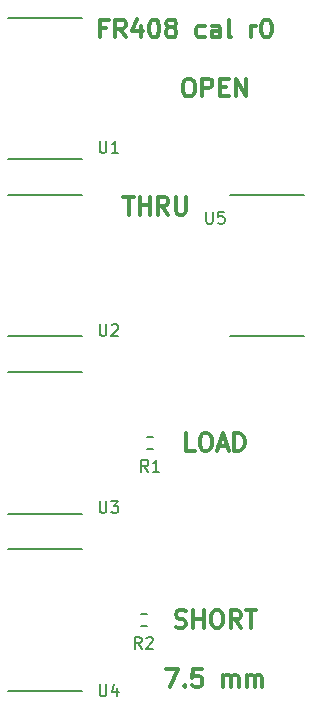
<source format=gto>
G04 #@! TF.FileFunction,Legend,Top*
%FSLAX46Y46*%
G04 Gerber Fmt 4.6, Leading zero omitted, Abs format (unit mm)*
G04 Created by KiCad (PCBNEW 4.0.2-stable) date Tue Apr 26 20:14:23 2016*
%MOMM*%
G01*
G04 APERTURE LIST*
%ADD10C,0.100000*%
%ADD11C,0.300000*%
%ADD12C,0.150000*%
G04 APERTURE END LIST*
D10*
D11*
X160857144Y-124178571D02*
X161857144Y-124178571D01*
X161214287Y-125678571D01*
X162428572Y-125535714D02*
X162500000Y-125607143D01*
X162428572Y-125678571D01*
X162357143Y-125607143D01*
X162428572Y-125535714D01*
X162428572Y-125678571D01*
X163857144Y-124178571D02*
X163142858Y-124178571D01*
X163071429Y-124892857D01*
X163142858Y-124821429D01*
X163285715Y-124750000D01*
X163642858Y-124750000D01*
X163785715Y-124821429D01*
X163857144Y-124892857D01*
X163928572Y-125035714D01*
X163928572Y-125392857D01*
X163857144Y-125535714D01*
X163785715Y-125607143D01*
X163642858Y-125678571D01*
X163285715Y-125678571D01*
X163142858Y-125607143D01*
X163071429Y-125535714D01*
X165714286Y-125678571D02*
X165714286Y-124678571D01*
X165714286Y-124821429D02*
X165785714Y-124750000D01*
X165928572Y-124678571D01*
X166142857Y-124678571D01*
X166285714Y-124750000D01*
X166357143Y-124892857D01*
X166357143Y-125678571D01*
X166357143Y-124892857D02*
X166428572Y-124750000D01*
X166571429Y-124678571D01*
X166785714Y-124678571D01*
X166928572Y-124750000D01*
X167000000Y-124892857D01*
X167000000Y-125678571D01*
X167714286Y-125678571D02*
X167714286Y-124678571D01*
X167714286Y-124821429D02*
X167785714Y-124750000D01*
X167928572Y-124678571D01*
X168142857Y-124678571D01*
X168285714Y-124750000D01*
X168357143Y-124892857D01*
X168357143Y-125678571D01*
X168357143Y-124892857D02*
X168428572Y-124750000D01*
X168571429Y-124678571D01*
X168785714Y-124678571D01*
X168928572Y-124750000D01*
X169000000Y-124892857D01*
X169000000Y-125678571D01*
X155785716Y-69892857D02*
X155285716Y-69892857D01*
X155285716Y-70678571D02*
X155285716Y-69178571D01*
X156000002Y-69178571D01*
X157428573Y-70678571D02*
X156928573Y-69964286D01*
X156571430Y-70678571D02*
X156571430Y-69178571D01*
X157142858Y-69178571D01*
X157285716Y-69250000D01*
X157357144Y-69321429D01*
X157428573Y-69464286D01*
X157428573Y-69678571D01*
X157357144Y-69821429D01*
X157285716Y-69892857D01*
X157142858Y-69964286D01*
X156571430Y-69964286D01*
X158714287Y-69678571D02*
X158714287Y-70678571D01*
X158357144Y-69107143D02*
X158000001Y-70178571D01*
X158928573Y-70178571D01*
X159785715Y-69178571D02*
X159928572Y-69178571D01*
X160071429Y-69250000D01*
X160142858Y-69321429D01*
X160214287Y-69464286D01*
X160285715Y-69750000D01*
X160285715Y-70107143D01*
X160214287Y-70392857D01*
X160142858Y-70535714D01*
X160071429Y-70607143D01*
X159928572Y-70678571D01*
X159785715Y-70678571D01*
X159642858Y-70607143D01*
X159571429Y-70535714D01*
X159500001Y-70392857D01*
X159428572Y-70107143D01*
X159428572Y-69750000D01*
X159500001Y-69464286D01*
X159571429Y-69321429D01*
X159642858Y-69250000D01*
X159785715Y-69178571D01*
X161142858Y-69821429D02*
X161000000Y-69750000D01*
X160928572Y-69678571D01*
X160857143Y-69535714D01*
X160857143Y-69464286D01*
X160928572Y-69321429D01*
X161000000Y-69250000D01*
X161142858Y-69178571D01*
X161428572Y-69178571D01*
X161571429Y-69250000D01*
X161642858Y-69321429D01*
X161714286Y-69464286D01*
X161714286Y-69535714D01*
X161642858Y-69678571D01*
X161571429Y-69750000D01*
X161428572Y-69821429D01*
X161142858Y-69821429D01*
X161000000Y-69892857D01*
X160928572Y-69964286D01*
X160857143Y-70107143D01*
X160857143Y-70392857D01*
X160928572Y-70535714D01*
X161000000Y-70607143D01*
X161142858Y-70678571D01*
X161428572Y-70678571D01*
X161571429Y-70607143D01*
X161642858Y-70535714D01*
X161714286Y-70392857D01*
X161714286Y-70107143D01*
X161642858Y-69964286D01*
X161571429Y-69892857D01*
X161428572Y-69821429D01*
X164142857Y-70607143D02*
X164000000Y-70678571D01*
X163714286Y-70678571D01*
X163571428Y-70607143D01*
X163500000Y-70535714D01*
X163428571Y-70392857D01*
X163428571Y-69964286D01*
X163500000Y-69821429D01*
X163571428Y-69750000D01*
X163714286Y-69678571D01*
X164000000Y-69678571D01*
X164142857Y-69750000D01*
X165428571Y-70678571D02*
X165428571Y-69892857D01*
X165357142Y-69750000D01*
X165214285Y-69678571D01*
X164928571Y-69678571D01*
X164785714Y-69750000D01*
X165428571Y-70607143D02*
X165285714Y-70678571D01*
X164928571Y-70678571D01*
X164785714Y-70607143D01*
X164714285Y-70464286D01*
X164714285Y-70321429D01*
X164785714Y-70178571D01*
X164928571Y-70107143D01*
X165285714Y-70107143D01*
X165428571Y-70035714D01*
X166357143Y-70678571D02*
X166214285Y-70607143D01*
X166142857Y-70464286D01*
X166142857Y-69178571D01*
X168071428Y-70678571D02*
X168071428Y-69678571D01*
X168071428Y-69964286D02*
X168142856Y-69821429D01*
X168214285Y-69750000D01*
X168357142Y-69678571D01*
X168499999Y-69678571D01*
X169285713Y-69178571D02*
X169428570Y-69178571D01*
X169571427Y-69250000D01*
X169642856Y-69321429D01*
X169714285Y-69464286D01*
X169785713Y-69750000D01*
X169785713Y-70107143D01*
X169714285Y-70392857D01*
X169642856Y-70535714D01*
X169571427Y-70607143D01*
X169428570Y-70678571D01*
X169285713Y-70678571D01*
X169142856Y-70607143D01*
X169071427Y-70535714D01*
X168999999Y-70392857D01*
X168928570Y-70107143D01*
X168928570Y-69750000D01*
X168999999Y-69464286D01*
X169071427Y-69321429D01*
X169142856Y-69250000D01*
X169285713Y-69178571D01*
X157250000Y-84178571D02*
X158107143Y-84178571D01*
X157678572Y-85678571D02*
X157678572Y-84178571D01*
X158607143Y-85678571D02*
X158607143Y-84178571D01*
X158607143Y-84892857D02*
X159464286Y-84892857D01*
X159464286Y-85678571D02*
X159464286Y-84178571D01*
X161035715Y-85678571D02*
X160535715Y-84964286D01*
X160178572Y-85678571D02*
X160178572Y-84178571D01*
X160750000Y-84178571D01*
X160892858Y-84250000D01*
X160964286Y-84321429D01*
X161035715Y-84464286D01*
X161035715Y-84678571D01*
X160964286Y-84821429D01*
X160892858Y-84892857D01*
X160750000Y-84964286D01*
X160178572Y-84964286D01*
X161678572Y-84178571D02*
X161678572Y-85392857D01*
X161750000Y-85535714D01*
X161821429Y-85607143D01*
X161964286Y-85678571D01*
X162250000Y-85678571D01*
X162392858Y-85607143D01*
X162464286Y-85535714D01*
X162535715Y-85392857D01*
X162535715Y-84178571D01*
X162642857Y-74178571D02*
X162928571Y-74178571D01*
X163071429Y-74250000D01*
X163214286Y-74392857D01*
X163285714Y-74678571D01*
X163285714Y-75178571D01*
X163214286Y-75464286D01*
X163071429Y-75607143D01*
X162928571Y-75678571D01*
X162642857Y-75678571D01*
X162500000Y-75607143D01*
X162357143Y-75464286D01*
X162285714Y-75178571D01*
X162285714Y-74678571D01*
X162357143Y-74392857D01*
X162500000Y-74250000D01*
X162642857Y-74178571D01*
X163928572Y-75678571D02*
X163928572Y-74178571D01*
X164500000Y-74178571D01*
X164642858Y-74250000D01*
X164714286Y-74321429D01*
X164785715Y-74464286D01*
X164785715Y-74678571D01*
X164714286Y-74821429D01*
X164642858Y-74892857D01*
X164500000Y-74964286D01*
X163928572Y-74964286D01*
X165428572Y-74892857D02*
X165928572Y-74892857D01*
X166142858Y-75678571D02*
X165428572Y-75678571D01*
X165428572Y-74178571D01*
X166142858Y-74178571D01*
X166785715Y-75678571D02*
X166785715Y-74178571D01*
X167642858Y-75678571D01*
X167642858Y-74178571D01*
X163285715Y-105678571D02*
X162571429Y-105678571D01*
X162571429Y-104178571D01*
X164071429Y-104178571D02*
X164357143Y-104178571D01*
X164500001Y-104250000D01*
X164642858Y-104392857D01*
X164714286Y-104678571D01*
X164714286Y-105178571D01*
X164642858Y-105464286D01*
X164500001Y-105607143D01*
X164357143Y-105678571D01*
X164071429Y-105678571D01*
X163928572Y-105607143D01*
X163785715Y-105464286D01*
X163714286Y-105178571D01*
X163714286Y-104678571D01*
X163785715Y-104392857D01*
X163928572Y-104250000D01*
X164071429Y-104178571D01*
X165285715Y-105250000D02*
X166000001Y-105250000D01*
X165142858Y-105678571D02*
X165642858Y-104178571D01*
X166142858Y-105678571D01*
X166642858Y-105678571D02*
X166642858Y-104178571D01*
X167000001Y-104178571D01*
X167214286Y-104250000D01*
X167357144Y-104392857D01*
X167428572Y-104535714D01*
X167500001Y-104821429D01*
X167500001Y-105035714D01*
X167428572Y-105321429D01*
X167357144Y-105464286D01*
X167214286Y-105607143D01*
X167000001Y-105678571D01*
X166642858Y-105678571D01*
X161678571Y-120607143D02*
X161892857Y-120678571D01*
X162250000Y-120678571D01*
X162392857Y-120607143D01*
X162464286Y-120535714D01*
X162535714Y-120392857D01*
X162535714Y-120250000D01*
X162464286Y-120107143D01*
X162392857Y-120035714D01*
X162250000Y-119964286D01*
X161964286Y-119892857D01*
X161821428Y-119821429D01*
X161750000Y-119750000D01*
X161678571Y-119607143D01*
X161678571Y-119464286D01*
X161750000Y-119321429D01*
X161821428Y-119250000D01*
X161964286Y-119178571D01*
X162321428Y-119178571D01*
X162535714Y-119250000D01*
X163178571Y-120678571D02*
X163178571Y-119178571D01*
X163178571Y-119892857D02*
X164035714Y-119892857D01*
X164035714Y-120678571D02*
X164035714Y-119178571D01*
X165035714Y-119178571D02*
X165321428Y-119178571D01*
X165464286Y-119250000D01*
X165607143Y-119392857D01*
X165678571Y-119678571D01*
X165678571Y-120178571D01*
X165607143Y-120464286D01*
X165464286Y-120607143D01*
X165321428Y-120678571D01*
X165035714Y-120678571D01*
X164892857Y-120607143D01*
X164750000Y-120464286D01*
X164678571Y-120178571D01*
X164678571Y-119678571D01*
X164750000Y-119392857D01*
X164892857Y-119250000D01*
X165035714Y-119178571D01*
X167178572Y-120678571D02*
X166678572Y-119964286D01*
X166321429Y-120678571D02*
X166321429Y-119178571D01*
X166892857Y-119178571D01*
X167035715Y-119250000D01*
X167107143Y-119321429D01*
X167178572Y-119464286D01*
X167178572Y-119678571D01*
X167107143Y-119821429D01*
X167035715Y-119892857D01*
X166892857Y-119964286D01*
X166321429Y-119964286D01*
X167607143Y-119178571D02*
X168464286Y-119178571D01*
X168035715Y-120678571D02*
X168035715Y-119178571D01*
D12*
X159250000Y-105525000D02*
X159750000Y-105525000D01*
X159750000Y-104475000D02*
X159250000Y-104475000D01*
X158700000Y-120525000D02*
X159200000Y-120525000D01*
X159200000Y-119475000D02*
X158700000Y-119475000D01*
X147500000Y-81000000D02*
X153750000Y-81000000D01*
X147500000Y-69000000D02*
X153750000Y-69000000D01*
X147500000Y-96000000D02*
X153750000Y-96000000D01*
X147500000Y-84000000D02*
X153750000Y-84000000D01*
X147500000Y-111000000D02*
X153750000Y-111000000D01*
X147500000Y-99000000D02*
X153750000Y-99000000D01*
X147500000Y-126000000D02*
X153750000Y-126000000D01*
X147500000Y-114000000D02*
X153750000Y-114000000D01*
X172500000Y-84000000D02*
X166250000Y-84000000D01*
X172500000Y-96000000D02*
X166250000Y-96000000D01*
X159333334Y-107452381D02*
X159000000Y-106976190D01*
X158761905Y-107452381D02*
X158761905Y-106452381D01*
X159142858Y-106452381D01*
X159238096Y-106500000D01*
X159285715Y-106547619D01*
X159333334Y-106642857D01*
X159333334Y-106785714D01*
X159285715Y-106880952D01*
X159238096Y-106928571D01*
X159142858Y-106976190D01*
X158761905Y-106976190D01*
X160285715Y-107452381D02*
X159714286Y-107452381D01*
X160000000Y-107452381D02*
X160000000Y-106452381D01*
X159904762Y-106595238D01*
X159809524Y-106690476D01*
X159714286Y-106738095D01*
X158783334Y-122452381D02*
X158450000Y-121976190D01*
X158211905Y-122452381D02*
X158211905Y-121452381D01*
X158592858Y-121452381D01*
X158688096Y-121500000D01*
X158735715Y-121547619D01*
X158783334Y-121642857D01*
X158783334Y-121785714D01*
X158735715Y-121880952D01*
X158688096Y-121928571D01*
X158592858Y-121976190D01*
X158211905Y-121976190D01*
X159164286Y-121547619D02*
X159211905Y-121500000D01*
X159307143Y-121452381D01*
X159545239Y-121452381D01*
X159640477Y-121500000D01*
X159688096Y-121547619D01*
X159735715Y-121642857D01*
X159735715Y-121738095D01*
X159688096Y-121880952D01*
X159116667Y-122452381D01*
X159735715Y-122452381D01*
X155238095Y-79452381D02*
X155238095Y-80261905D01*
X155285714Y-80357143D01*
X155333333Y-80404762D01*
X155428571Y-80452381D01*
X155619048Y-80452381D01*
X155714286Y-80404762D01*
X155761905Y-80357143D01*
X155809524Y-80261905D01*
X155809524Y-79452381D01*
X156809524Y-80452381D02*
X156238095Y-80452381D01*
X156523809Y-80452381D02*
X156523809Y-79452381D01*
X156428571Y-79595238D01*
X156333333Y-79690476D01*
X156238095Y-79738095D01*
X155238095Y-94952381D02*
X155238095Y-95761905D01*
X155285714Y-95857143D01*
X155333333Y-95904762D01*
X155428571Y-95952381D01*
X155619048Y-95952381D01*
X155714286Y-95904762D01*
X155761905Y-95857143D01*
X155809524Y-95761905D01*
X155809524Y-94952381D01*
X156238095Y-95047619D02*
X156285714Y-95000000D01*
X156380952Y-94952381D01*
X156619048Y-94952381D01*
X156714286Y-95000000D01*
X156761905Y-95047619D01*
X156809524Y-95142857D01*
X156809524Y-95238095D01*
X156761905Y-95380952D01*
X156190476Y-95952381D01*
X156809524Y-95952381D01*
X155238095Y-109952381D02*
X155238095Y-110761905D01*
X155285714Y-110857143D01*
X155333333Y-110904762D01*
X155428571Y-110952381D01*
X155619048Y-110952381D01*
X155714286Y-110904762D01*
X155761905Y-110857143D01*
X155809524Y-110761905D01*
X155809524Y-109952381D01*
X156190476Y-109952381D02*
X156809524Y-109952381D01*
X156476190Y-110333333D01*
X156619048Y-110333333D01*
X156714286Y-110380952D01*
X156761905Y-110428571D01*
X156809524Y-110523810D01*
X156809524Y-110761905D01*
X156761905Y-110857143D01*
X156714286Y-110904762D01*
X156619048Y-110952381D01*
X156333333Y-110952381D01*
X156238095Y-110904762D01*
X156190476Y-110857143D01*
X155238095Y-125452381D02*
X155238095Y-126261905D01*
X155285714Y-126357143D01*
X155333333Y-126404762D01*
X155428571Y-126452381D01*
X155619048Y-126452381D01*
X155714286Y-126404762D01*
X155761905Y-126357143D01*
X155809524Y-126261905D01*
X155809524Y-125452381D01*
X156714286Y-125785714D02*
X156714286Y-126452381D01*
X156476190Y-125404762D02*
X156238095Y-126119048D01*
X156857143Y-126119048D01*
X164238095Y-85452381D02*
X164238095Y-86261905D01*
X164285714Y-86357143D01*
X164333333Y-86404762D01*
X164428571Y-86452381D01*
X164619048Y-86452381D01*
X164714286Y-86404762D01*
X164761905Y-86357143D01*
X164809524Y-86261905D01*
X164809524Y-85452381D01*
X165761905Y-85452381D02*
X165285714Y-85452381D01*
X165238095Y-85928571D01*
X165285714Y-85880952D01*
X165380952Y-85833333D01*
X165619048Y-85833333D01*
X165714286Y-85880952D01*
X165761905Y-85928571D01*
X165809524Y-86023810D01*
X165809524Y-86261905D01*
X165761905Y-86357143D01*
X165714286Y-86404762D01*
X165619048Y-86452381D01*
X165380952Y-86452381D01*
X165285714Y-86404762D01*
X165238095Y-86357143D01*
M02*

</source>
